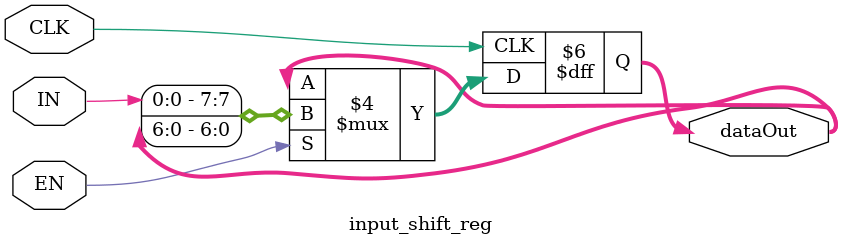
<source format=sv>
module input_shift_reg#(
    parameter LENGTH = 8,
    parameter INIT_BIT_VALUE = 0,
    parameter LSB_FIRST = 1
)(
    input logic CLK,
    input logic EN,
    input logic IN,
    output logic [LENGTH-1:0] dataOut
);

    //TODO implement bit stuffing!

    initial begin
        dataOut = {LENGTH{INIT_BIT_VALUE[0]}};
    end

    generate
        always_ff @(posedge CLK) begin
            if (EN) begin
                if (LSB_FIRST) begin
                    dataOut <= {IN, dataOut[LENGTH-2:0]};
                end else begin
                    dataOut <= {dataOut[LENGTH-2:0], IN};
                end
            end else begin
                dataOut <= dataOut;
            end
        end
    endgenerate

endmodule
</source>
